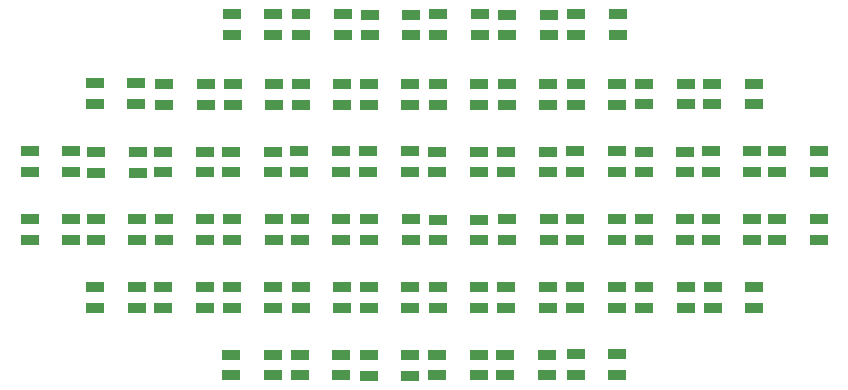
<source format=gbr>
%TF.GenerationSoftware,KiCad,Pcbnew,9.0.3*%
%TF.CreationDate,2025-07-31T16:26:09+05:30*%
%TF.ProjectId,new_ledMatrix,6e65775f-6c65-4644-9d61-747269782e6b,rev?*%
%TF.SameCoordinates,Original*%
%TF.FileFunction,Soldermask,Top*%
%TF.FilePolarity,Negative*%
%FSLAX46Y46*%
G04 Gerber Fmt 4.6, Leading zero omitted, Abs format (unit mm)*
G04 Created by KiCad (PCBNEW 9.0.3) date 2025-07-31 16:26:09*
%MOMM*%
%LPD*%
G01*
G04 APERTURE LIST*
%ADD10R,1.600000X0.850000*%
G04 APERTURE END LIST*
D10*
%TO.C,D49*%
X158780000Y-87955000D03*
X158780000Y-86205000D03*
X155280000Y-86205000D03*
X155280000Y-87955000D03*
%TD*%
%TO.C,D1*%
X123860000Y-64850000D03*
X123860000Y-63100000D03*
X120360000Y-63100000D03*
X120360000Y-64850000D03*
%TD*%
%TO.C,D3*%
X135550000Y-64865000D03*
X135550000Y-63115000D03*
X132050000Y-63115000D03*
X132050000Y-64865000D03*
%TD*%
%TO.C,D51*%
X149510000Y-91885000D03*
X149510000Y-93635000D03*
X153010000Y-93635000D03*
X153010000Y-91885000D03*
%TD*%
%TO.C,D25*%
X152930000Y-76425000D03*
X152930000Y-74675000D03*
X149430000Y-74675000D03*
X149430000Y-76425000D03*
%TD*%
%TO.C,D19*%
X118050000Y-76475000D03*
X118050000Y-74725000D03*
X114550000Y-74725000D03*
X114550000Y-76475000D03*
%TD*%
%TO.C,D26*%
X158720000Y-76455000D03*
X158720000Y-74705000D03*
X155220000Y-74705000D03*
X155220000Y-76455000D03*
%TD*%
%TO.C,D21*%
X129580000Y-76435000D03*
X129580000Y-74685000D03*
X126080000Y-74685000D03*
X126080000Y-76435000D03*
%TD*%
%TO.C,D55*%
X126140000Y-91915000D03*
X126140000Y-93665000D03*
X129640000Y-93665000D03*
X129640000Y-91915000D03*
%TD*%
%TO.C,D56*%
X120320000Y-91915000D03*
X120320000Y-93665000D03*
X123820000Y-93665000D03*
X123820000Y-91915000D03*
%TD*%
%TO.C,D17*%
X106740000Y-76405000D03*
X106740000Y-74655000D03*
X103240000Y-74655000D03*
X103240000Y-76405000D03*
%TD*%
%TO.C,D54*%
X131970000Y-91935000D03*
X131970000Y-93685000D03*
X135470000Y-93685000D03*
X135470000Y-91935000D03*
%TD*%
%TO.C,D2*%
X129730000Y-64820000D03*
X129730000Y-63070000D03*
X126230000Y-63070000D03*
X126230000Y-64820000D03*
%TD*%
%TO.C,D23*%
X141260000Y-76455000D03*
X141260000Y-74705000D03*
X137760000Y-74705000D03*
X137760000Y-76455000D03*
%TD*%
%TO.C,D7*%
X161040000Y-68955000D03*
X161040000Y-70705000D03*
X164540000Y-70705000D03*
X164540000Y-68955000D03*
%TD*%
%TO.C,D35*%
X132010000Y-80445000D03*
X132010000Y-82195000D03*
X135510000Y-82195000D03*
X135510000Y-80445000D03*
%TD*%
%TO.C,D13*%
X126190000Y-68995000D03*
X126190000Y-70745000D03*
X129690000Y-70745000D03*
X129690000Y-68995000D03*
%TD*%
%TO.C,D50*%
X164570000Y-87945000D03*
X164570000Y-86195000D03*
X161070000Y-86195000D03*
X161070000Y-87945000D03*
%TD*%
%TO.C,D24*%
X147100000Y-76475000D03*
X147100000Y-74725000D03*
X143600000Y-74725000D03*
X143600000Y-76475000D03*
%TD*%
%TO.C,D15*%
X114650000Y-68995000D03*
X114650000Y-70745000D03*
X118150000Y-70745000D03*
X118150000Y-68995000D03*
%TD*%
%TO.C,D27*%
X164440000Y-76435000D03*
X164440000Y-74685000D03*
X160940000Y-74685000D03*
X160940000Y-76435000D03*
%TD*%
%TO.C,D53*%
X137770000Y-91895000D03*
X137770000Y-93645000D03*
X141270000Y-93645000D03*
X141270000Y-91895000D03*
%TD*%
%TO.C,D39*%
X108860000Y-80455000D03*
X108860000Y-82205000D03*
X112360000Y-82205000D03*
X112360000Y-80455000D03*
%TD*%
%TO.C,D18*%
X112390000Y-76485000D03*
X112390000Y-74735000D03*
X108890000Y-74735000D03*
X108890000Y-76485000D03*
%TD*%
%TO.C,D42*%
X118060000Y-87955000D03*
X118060000Y-86205000D03*
X114560000Y-86205000D03*
X114560000Y-87955000D03*
%TD*%
%TO.C,D20*%
X123810000Y-76455000D03*
X123810000Y-74705000D03*
X120310000Y-74705000D03*
X120310000Y-76455000D03*
%TD*%
%TO.C,D9*%
X149490000Y-69015000D03*
X149490000Y-70765000D03*
X152990000Y-70765000D03*
X152990000Y-69015000D03*
%TD*%
%TO.C,D8*%
X155290000Y-68955000D03*
X155290000Y-70705000D03*
X158790000Y-70705000D03*
X158790000Y-68955000D03*
%TD*%
%TO.C,D5*%
X147190000Y-64855000D03*
X147190000Y-63105000D03*
X143690000Y-63105000D03*
X143690000Y-64855000D03*
%TD*%
%TO.C,D29*%
X166550000Y-80445000D03*
X166550000Y-82195000D03*
X170050000Y-82195000D03*
X170050000Y-80445000D03*
%TD*%
%TO.C,D45*%
X135470000Y-87915000D03*
X135470000Y-86165000D03*
X131970000Y-86165000D03*
X131970000Y-87915000D03*
%TD*%
%TO.C,D48*%
X152930000Y-87945000D03*
X152930000Y-86195000D03*
X149430000Y-86195000D03*
X149430000Y-87945000D03*
%TD*%
%TO.C,D34*%
X137820000Y-80475000D03*
X137820000Y-82225000D03*
X141320000Y-82225000D03*
X141320000Y-80475000D03*
%TD*%
%TO.C,D14*%
X120450000Y-68975000D03*
X120450000Y-70725000D03*
X123950000Y-70725000D03*
X123950000Y-68975000D03*
%TD*%
%TO.C,D10*%
X143660000Y-68995000D03*
X143660000Y-70745000D03*
X147160000Y-70745000D03*
X147160000Y-68995000D03*
%TD*%
%TO.C,D11*%
X137790000Y-69015000D03*
X137790000Y-70765000D03*
X141290000Y-70765000D03*
X141290000Y-69015000D03*
%TD*%
%TO.C,D4*%
X141340000Y-64835000D03*
X141340000Y-63085000D03*
X137840000Y-63085000D03*
X137840000Y-64835000D03*
%TD*%
%TO.C,D22*%
X135420000Y-76435000D03*
X135420000Y-74685000D03*
X131920000Y-74685000D03*
X131920000Y-76435000D03*
%TD*%
%TO.C,D33*%
X143690000Y-80425000D03*
X143690000Y-82175000D03*
X147190000Y-82175000D03*
X147190000Y-80425000D03*
%TD*%
%TO.C,D28*%
X170050000Y-76405000D03*
X170050000Y-74655000D03*
X166550000Y-74655000D03*
X166550000Y-76405000D03*
%TD*%
%TO.C,D16*%
X108760000Y-68945000D03*
X108760000Y-70695000D03*
X112260000Y-70695000D03*
X112260000Y-68945000D03*
%TD*%
%TO.C,D36*%
X126140000Y-80425000D03*
X126140000Y-82175000D03*
X129640000Y-82175000D03*
X129640000Y-80425000D03*
%TD*%
%TO.C,D43*%
X123880000Y-87925000D03*
X123880000Y-86175000D03*
X120380000Y-86175000D03*
X120380000Y-87925000D03*
%TD*%
%TO.C,D44*%
X129680000Y-87930000D03*
X129680000Y-86180000D03*
X126180000Y-86180000D03*
X126180000Y-87930000D03*
%TD*%
%TO.C,D30*%
X160890000Y-80435000D03*
X160890000Y-82185000D03*
X164390000Y-82185000D03*
X164390000Y-80435000D03*
%TD*%
%TO.C,D31*%
X155260000Y-80435000D03*
X155260000Y-82185000D03*
X158760000Y-82185000D03*
X158760000Y-80435000D03*
%TD*%
%TO.C,D46*%
X141290000Y-87955000D03*
X141290000Y-86205000D03*
X137790000Y-86205000D03*
X137790000Y-87955000D03*
%TD*%
%TO.C,D41*%
X112290000Y-87935000D03*
X112290000Y-86185000D03*
X108790000Y-86185000D03*
X108790000Y-87935000D03*
%TD*%
%TO.C,D52*%
X143520000Y-91895000D03*
X143520000Y-93645000D03*
X147020000Y-93645000D03*
X147020000Y-91895000D03*
%TD*%
%TO.C,D47*%
X147090000Y-87955000D03*
X147090000Y-86205000D03*
X143590000Y-86205000D03*
X143590000Y-87955000D03*
%TD*%
%TO.C,D40*%
X103260000Y-80455000D03*
X103260000Y-82205000D03*
X106760000Y-82205000D03*
X106760000Y-80455000D03*
%TD*%
%TO.C,D38*%
X114580000Y-80455000D03*
X114580000Y-82205000D03*
X118080000Y-82205000D03*
X118080000Y-80455000D03*
%TD*%
%TO.C,D12*%
X131970000Y-69005000D03*
X131970000Y-70755000D03*
X135470000Y-70755000D03*
X135470000Y-69005000D03*
%TD*%
%TO.C,D32*%
X149450000Y-80415000D03*
X149450000Y-82165000D03*
X152950000Y-82165000D03*
X152950000Y-80415000D03*
%TD*%
%TO.C,D37*%
X120410000Y-80415000D03*
X120410000Y-82165000D03*
X123910000Y-82165000D03*
X123910000Y-80415000D03*
%TD*%
%TO.C,D6*%
X153020000Y-64835000D03*
X153020000Y-63085000D03*
X149520000Y-63085000D03*
X149520000Y-64835000D03*
%TD*%
M02*

</source>
